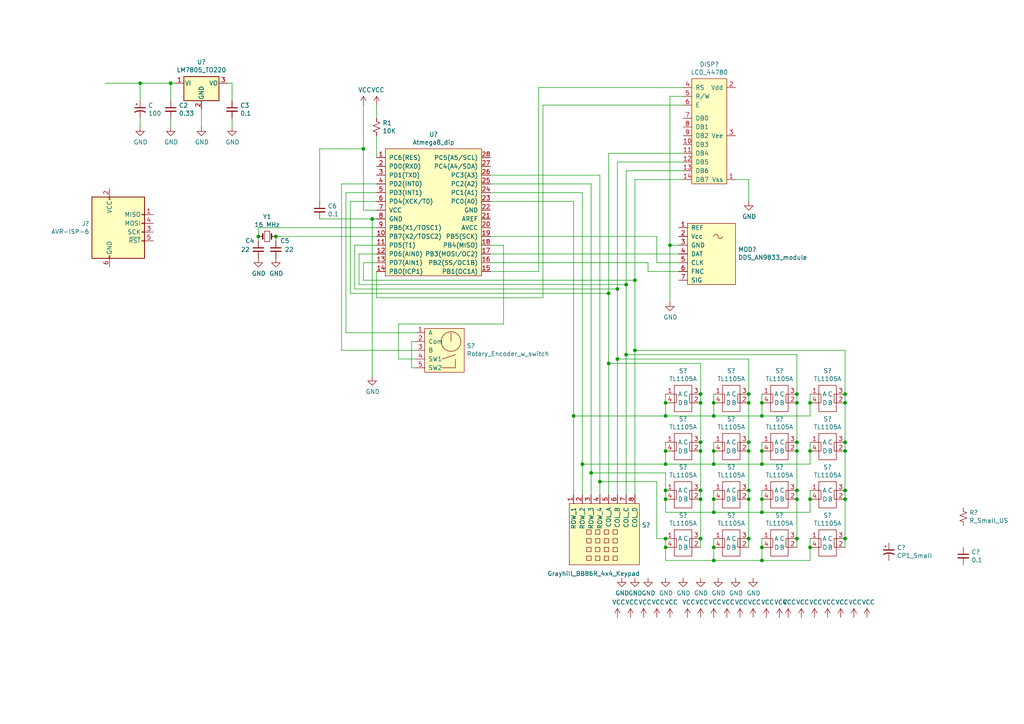
<source format=kicad_sch>
(kicad_sch (version 20211123) (generator eeschema)
  (paper "A4")
  (lib_symbols
    (symbol "BetterDisplayKeyboard-rescue:CP1_Small-Device" (pin_numbers hide) (pin_names (offset 0.254) hide)
      (property "Reference" "C" (at 0.254 1.778 0))
      (property "Value" "CP1_Small-Device" (at 0.254 -2.032 0))
      (symbol "CP1_Small-Device_0_1"
        (polyline (pts (xy -1.524 0.508) (xy 1.524 0.508)) (stroke (width 0.3048)))
        (polyline (pts (xy -1.27 1.524) (xy -0.762 1.524)))
        (polyline (pts (xy -1.016 1.27) (xy -1.016 1.778)))
        (arc (start 1.524 -0.762) (mid 0 -0.3734) (end -1.524 -0.762) (stroke (width 0.3048)))
      )
      (symbol "CP1_Small-Device_1_1"
        (pin passive line (at 0 2.54 270) (length 2.032) (name "~") (number "1"))
        (pin passive line (at 0 -2.54 90) (length 2.032) (name "~") (number "2"))
      )
    )
    (symbol "Connector:AVR-ISP-6" (pin_names (offset 1.016))
      (property "Reference" "J" (at -6.35 11.43 0))
      (property "Value" "AVR-ISP-6" (at 0 11.43 0))
      (symbol "AVR-ISP-6_0_1"
        (rectangle (start -2.667 -6.858) (end -2.413 -7.62))
        (rectangle (start -2.667 10.16) (end -2.413 9.398))
        (rectangle (start 7.62 -2.413) (end 6.858 -2.667))
        (rectangle (start 7.62 0.127) (end 6.858 -0.127))
        (rectangle (start 7.62 2.667) (end 6.858 2.413))
        (rectangle (start 7.62 5.207) (end 6.858 4.953))
        (rectangle (start 7.62 10.16) (end -7.62 -7.62) (stroke (width 0.254)) (fill (type background)))
      )
      (symbol "AVR-ISP-6_1_1"
        (pin passive line (at 10.16 5.08 180) (length 2.54) (name "MISO") (number "1"))
        (pin passive line (at -2.54 12.7 270) (length 2.54) (name "VCC") (number "2"))
        (pin passive line (at 10.16 0 180) (length 2.54) (name "SCK") (number "3"))
        (pin passive line (at 10.16 2.54 180) (length 2.54) (name "MOSI") (number "4"))
        (pin passive line (at 10.16 -2.54 180) (length 2.54) (name "~{RST}") (number "5"))
        (pin passive line (at -2.54 -10.16 90) (length 2.54) (name "GND") (number "6"))
      )
    )
    (symbol "Device:C_Small" (pin_numbers hide) (pin_names (offset 0.254) hide)
      (property "Reference" "C" (at 0.254 1.778 0))
      (property "Value" "C_Small" (at 0.254 -2.032 0))
      (symbol "C_Small_0_1"
        (polyline (pts (xy -1.524 -0.508) (xy 1.524 -0.508)) (stroke (width 0.3302)))
        (polyline (pts (xy -1.524 0.508) (xy 1.524 0.508)) (stroke (width 0.3048)))
      )
      (symbol "C_Small_1_1"
        (pin passive line (at 0 2.54 270) (length 2.032) (name "~") (number "1"))
        (pin passive line (at 0 -2.54 90) (length 2.032) (name "~") (number "2"))
      )
    )
    (symbol "Device:Crystal_Small" (pin_numbers hide) (pin_names (offset 1.016) hide)
      (property "Reference" "Y" (at 0 2.54 0))
      (property "Value" "Crystal_Small" (at 0 -2.54 0))
      (symbol "Crystal_Small_0_1"
        (rectangle (start -0.762 -1.524) (end 0.762 1.524))
        (polyline (pts (xy -1.27 -0.762) (xy -1.27 0.762)) (stroke (width 0.381)))
        (polyline (pts (xy 1.27 -0.762) (xy 1.27 0.762)) (stroke (width 0.381)))
      )
      (symbol "Crystal_Small_1_1"
        (pin passive line (at -2.54 0 0) (length 1.27) (name "1") (number "1"))
        (pin passive line (at 2.54 0 180) (length 1.27) (name "2") (number "2"))
      )
    )
    (symbol "Device:R_Small_US" (pin_numbers hide) (pin_names (offset 0.254) hide)
      (property "Reference" "R" (at 0.762 0.508 0))
      (property "Value" "R_Small_US" (at 0.762 -1.016 0))
      (symbol "R_Small_US_1_1"
        (polyline (pts (xy 0 0) (xy 1.016 -0.381) (xy 0 -0.762) (xy -1.016 -1.143) (xy 0 -1.524)))
        (polyline (pts (xy 0 1.524) (xy 1.016 1.143) (xy 0 0.762) (xy -1.016 0.381) (xy 0 0)))
        (pin passive line (at 0 2.54 270) (length 1.016) (name "~") (number "1"))
        (pin passive line (at 0 -2.54 90) (length 1.016) (name "~") (number "2"))
      )
    )
    (symbol "Regulator_Linear:LM7805_TO220" (pin_names (offset 0.254))
      (property "Reference" "U" (at -3.81 3.175 0))
      (property "Value" "LM7805_TO220" (at 0 3.175 0))
      (symbol "LM7805_TO220_0_1"
        (rectangle (start -5.08 1.905) (end 5.08 -5.08) (stroke (width 0.254)) (fill (type background)))
      )
      (symbol "LM7805_TO220_1_1"
        (pin power_in line (at -7.62 0 0) (length 2.54) (name "VI") (number "1"))
        (pin power_in line (at 0 -7.62 90) (length 2.54) (name "GND") (number "2"))
        (pin power_out line (at 7.62 0 180) (length 2.54) (name "VO") (number "3"))
      )
    )
    (symbol "bdk_ElectroMechanical_Library:Grayhill_BB86R_4x4_Keypad" (pin_names (offset 1.016))
      (property "Reference" "S" (at 3.81 2.54 0))
      (property "Value" "Grayhill_BB86R_4x4_Keypad" (at 13.97 1.27 0))
      (symbol "Grayhill_BB86R_4x4_Keypad_0_1"
        (rectangle (start 6.35 -11.43) (end 26.67 -29.21) (fill (type background)))
        (rectangle (start 12.7 -26.67) (end 11.43 -27.94))
        (rectangle (start 12.7 -24.13) (end 11.43 -25.4))
        (rectangle (start 12.7 -21.59) (end 11.43 -22.86))
        (rectangle (start 12.7 -19.05) (end 11.43 -20.32))
        (rectangle (start 15.24 -26.67) (end 13.97 -27.94))
        (rectangle (start 15.24 -24.13) (end 13.97 -25.4))
        (rectangle (start 15.24 -21.59) (end 13.97 -22.86))
        (rectangle (start 15.24 -19.05) (end 13.97 -20.32))
        (rectangle (start 16.51 -19.05) (end 17.78 -20.32))
        (rectangle (start 17.78 -26.67) (end 16.51 -27.94))
        (rectangle (start 17.78 -24.13) (end 16.51 -25.4))
        (rectangle (start 17.78 -21.59) (end 16.51 -22.86))
        (rectangle (start 19.05 -19.05) (end 20.32 -20.32))
        (rectangle (start 20.32 -26.67) (end 19.05 -27.94))
        (rectangle (start 20.32 -24.13) (end 19.05 -25.4))
        (rectangle (start 20.32 -21.59) (end 19.05 -22.86))
      )
      (symbol "Grayhill_BB86R_4x4_Keypad_1_1"
        (pin passive line (at 7.62 -8.89 270) (length 2.54) (name "ROW_1") (number "1"))
        (pin passive line (at 10.16 -8.89 270) (length 2.54) (name "ROW_2") (number "2"))
        (pin passive line (at 12.7 -8.89 270) (length 2.54) (name "ROW_3") (number "3"))
        (pin passive line (at 15.24 -8.89 270) (length 2.54) (name "ROW_4") (number "4"))
        (pin passive line (at 17.78 -8.89 270) (length 2.54) (name "COL_A") (number "5"))
        (pin passive line (at 20.32 -8.89 270) (length 2.54) (name "COL_B") (number "6"))
        (pin passive line (at 22.86 -8.89 270) (length 2.54) (name "COL_C") (number "7"))
        (pin passive line (at 25.4 -8.89 270) (length 2.54) (name "COL_D") (number "8"))
      )
    )
    (symbol "bdk_ElectroMechanical_Library:Rotary_Encoder_w_switch" (pin_names (offset 1.016))
      (property "Reference" "S" (at 0 0 0))
      (property "Value" "Rotary_Encoder_w_switch" (at 0 0 0))
      (symbol "Rotary_Encoder_w_switch_0_1"
        (rectangle (start -1.27 -1.27) (end 10.16 -13.97) (fill (type background)))
        (polyline (pts (xy 3.81 -10.16) (xy 7.62 -8.89)))
        (polyline (pts (xy 6.35 -5.08) (xy 6.35 -2.54)))
        (polyline (pts (xy 3.81 -12.7) (xy 7.62 -12.7) (xy 7.62 -10.16)))
        (circle (center 6.35 -5.08) (radius 2.8448))
      )
      (symbol "Rotary_Encoder_w_switch_1_1"
        (pin passive line (at -3.81 -2.54 0) (length 2.54) (name "A") (number "1"))
        (pin passive line (at -3.81 -5.08 0) (length 2.54) (name "Com") (number "2"))
        (pin passive line (at -3.81 -7.62 0) (length 2.54) (name "B") (number "3"))
        (pin passive line (at -3.81 -10.16 0) (length 2.54) (name "SW1") (number "4"))
        (pin passive line (at -3.81 -12.7 0) (length 2.54) (name "SW2") (number "5"))
      )
    )
    (symbol "bdk_ElectroMechanical_Library:TL1105A" (pin_names (offset 1.016))
      (property "Reference" "S" (at 4.445 3.175 0))
      (property "Value" "TL1105A" (at 5.08 1.27 0))
      (symbol "TL1105A_0_1"
        (polyline (pts (xy 7.62 -2.54) (xy 7.62 -5.08)))
        (polyline (pts (xy 2.54 -2.54) (xy 3.175 -2.54) (xy 3.175 -5.08) (xy 2.54 -5.08)))
        (polyline (pts (xy 7.62 -2.54) (xy 6.985 -2.54) (xy 6.985 -5.08) (xy 7.62 -5.08)))
        (rectangle (start 2.54 0) (end 7.62 -7.62))
      )
      (symbol "TL1105A_1_1"
        (pin passive line (at 0 -2.54 0) (length 2.54) (name "A") (number "1"))
        (pin passive line (at 10.16 -5.08 180) (length 2.54) (name "B") (number "2"))
        (pin passive line (at 10.16 -2.54 180) (length 2.54) (name "C") (number "3"))
        (pin passive line (at 0 -5.08 0) (length 2.54) (name "D") (number "4"))
      )
    )
    (symbol "bdk_Micro:Atmega8_dip" (pin_names (offset 1.016))
      (property "Reference" "U" (at -2.54 3.81 0))
      (property "Value" "Atmega8_dip" (at 0 1.27 0))
      (symbol "Atmega8_dip_0_1"
        (rectangle (start -13.97 0) (end 13.97 -36.83) (fill (type background)))
      )
      (symbol "Atmega8_dip_1_1"
        (pin bidirectional line (at -16.51 -2.54 0) (length 2.54) (name "PC6(RES)") (number "1"))
        (pin bidirectional line (at -16.51 -25.4 0) (length 2.54) (name "PB7(X2/TOSC2)") (number "10"))
        (pin bidirectional line (at -16.51 -27.94 0) (length 2.54) (name "PD5(T1)") (number "11"))
        (pin bidirectional line (at -16.51 -30.48 0) (length 2.54) (name "PD6(AIN0)") (number "12"))
        (pin bidirectional line (at -16.51 -33.02 0) (length 2.54) (name "PD7(AIN1)") (number "13"))
        (pin bidirectional line (at -16.51 -35.56 0) (length 2.54) (name "PB0(ICP1)") (number "14"))
        (pin bidirectional line (at 16.51 -35.56 180) (length 2.54) (name "PB1(OC1A)") (number "15"))
        (pin bidirectional line (at 16.51 -33.02 180) (length 2.54) (name "PB2(SS/OC1B)") (number "16"))
        (pin bidirectional line (at 16.51 -30.48 180) (length 2.54) (name "PB3(MOSI/OC2)") (number "17"))
        (pin bidirectional line (at 16.51 -27.94 180) (length 2.54) (name "PB4(MISO)") (number "18"))
        (pin bidirectional line (at 16.51 -25.4 180) (length 2.54) (name "PB5(SCK)") (number "19"))
        (pin bidirectional line (at -16.51 -5.08 0) (length 2.54) (name "PD0(RXD)") (number "2"))
        (pin power_in line (at 16.51 -22.86 180) (length 2.54) (name "AVCC") (number "20"))
        (pin power_in line (at 16.51 -20.32 180) (length 2.54) (name "AREF") (number "21"))
        (pin power_in line (at 16.51 -17.78 180) (length 2.54) (name "GND") (number "22"))
        (pin bidirectional line (at 16.51 -15.24 180) (length 2.54) (name "PC0(A0)") (number "23"))
        (pin bidirectional line (at 16.51 -12.7 180) (length 2.54) (name "PC1(A1)") (number "24"))
        (pin bidirectional line (at 16.51 -10.16 180) (length 2.54) (name "PC2(A2)") (number "25"))
        (pin bidirectional line (at 16.51 -7.62 180) (length 2.54) (name "PC3(A3)") (number "26"))
        (pin bidirectional line (at 16.51 -5.08 180) (length 2.54) (name "PC4(A4/SDA)") (number "27"))
        (pin bidirectional line (at 16.51 -2.54 180) (length 2.54) (name "PC5(A5/SCL)") (number "28"))
        (pin bidirectional line (at -16.51 -7.62 0) (length 2.54) (name "PD1(TXD)") (number "3"))
        (pin bidirectional line (at -16.51 -10.16 0) (length 2.54) (name "PD2(INT0)") (number "4"))
        (pin bidirectional line (at -16.51 -12.7 0) (length 2.54) (name "PD3(INT1)") (number "5"))
        (pin bidirectional line (at -16.51 -15.24 0) (length 2.54) (name "PD4(XCK/T0)") (number "6"))
        (pin power_in line (at -16.51 -17.78 0) (length 2.54) (name "VCC") (number "7"))
        (pin power_in line (at -16.51 -20.32 0) (length 2.54) (name "GND") (number "8"))
        (pin bidirectional line (at -16.51 -22.86 0) (length 2.54) (name "PB6(X1/TOSC1)") (number "9"))
      )
    )
    (symbol "bdk_display:LCD_44780" (pin_names (offset 1.016))
      (property "Reference" "DISP" (at -2.54 5.08 0))
      (property "Value" "LCD_44780" (at -2.54 2.54 0))
      (symbol "LCD_44780_0_1"
        (rectangle (start -7.62 0) (end 2.54 -30.48) (fill (type background)))
      )
      (symbol "LCD_44780_1_1"
        (pin power_in line (at 5.08 -29.21 180) (length 2.54) (name "Vss") (number "1"))
        (pin bidirectional line (at -10.16 -19.05 0) (length 2.54) (name "DB3") (number "10"))
        (pin bidirectional line (at -10.16 -21.59 0) (length 2.54) (name "DB4") (number "11"))
        (pin bidirectional line (at -10.16 -24.13 0) (length 2.54) (name "DB5") (number "12"))
        (pin bidirectional line (at -10.16 -26.67 0) (length 2.54) (name "DB6") (number "13"))
        (pin bidirectional line (at -10.16 -29.21 0) (length 2.54) (name "DB7") (number "14"))
        (pin power_in line (at 5.08 -2.54 180) (length 2.54) (name "Vdd") (number "2"))
        (pin power_in line (at 5.08 -16.51 180) (length 2.54) (name "Vee") (number "3"))
        (pin input line (at -10.16 -2.54 0) (length 2.54) (name "RS") (number "4"))
        (pin input line (at -10.16 -5.08 0) (length 2.54) (name "R/W") (number "5"))
        (pin input line (at -10.16 -7.62 0) (length 2.54) (name "E") (number "6"))
        (pin bidirectional line (at -10.16 -11.43 0) (length 2.54) (name "DB0") (number "7"))
        (pin bidirectional line (at -10.16 -13.97 0) (length 2.54) (name "DB1") (number "8"))
        (pin bidirectional line (at -10.16 -16.51 0) (length 2.54) (name "DB2") (number "9"))
      )
    )
    (symbol "bdk_sensors:DDS_AN9833_module" (pin_names (offset 1.016))
      (property "Reference" "MOD" (at 0 0 0))
      (property "Value" "DDS_AN9833_module" (at 0 -2.54 0))
      (symbol "DDS_AN9833_module_0_1"
        (rectangle (start -5.08 -3.81) (end 8.89 -21.59) (fill (type background)))
        (arc (start 3.81 -7.62) (mid 3.175 -6.985) (end 2.54 -7.62))
        (arc (start 3.81 -7.62) (mid 4.445 -8.255) (end 5.08 -7.62))
      )
      (symbol "DDS_AN9833_module_1_1"
        (pin output line (at -7.62 -5.08 0) (length 2.54) (name "REF") (number "1"))
        (pin power_in line (at -7.62 -7.62 0) (length 2.54) (name "Vcc") (number "2"))
        (pin power_in line (at -7.62 -10.16 0) (length 2.54) (name "GND") (number "3"))
        (pin input line (at -7.62 -12.7 0) (length 2.54) (name "DAT") (number "4"))
        (pin input line (at -7.62 -15.24 0) (length 2.54) (name "CLK") (number "5"))
        (pin input line (at -7.62 -17.78 0) (length 2.54) (name "FNC") (number "6"))
        (pin output line (at -7.62 -20.32 0) (length 2.54) (name "SIG") (number "7"))
      )
    )
    (symbol "power:GND" (power) (pin_names (offset 0))
      (property "Value" "GND" (at 0 -3.81 0))
      (symbol "GND_0_1"
        (polyline (pts (xy 0 0) (xy 0 -1.27) (xy 1.27 -1.27) (xy 0 -2.54) (xy -1.27 -1.27) (xy 0 -1.27)))
      )
      (symbol "GND_1_1"
        (pin power_in line (at 0 0 270) (length 0) hide (name "GND") (number "1"))
      )
    )
    (symbol "power:VCC" (power) (pin_names (offset 0))
      (property "Value" "VCC" (at 0 3.81 0))
      (symbol "VCC_0_1"
        (polyline (pts (xy -0.762 1.27) (xy 0 2.54)))
        (polyline (pts (xy 0 0) (xy 0 2.54)))
        (polyline (pts (xy 0 2.54) (xy 0.762 1.27)))
      )
      (symbol "VCC_1_1"
        (pin power_in line (at 0 0 90) (length 0) hide (name "VCC") (number "1"))
      )
    )
  )
  (junction (at 220.98 162.56))
  (junction (at 193.04 130.81))
  (junction (at 184.15 81.28))
  (junction (at 181.61 102.87))
  (junction (at 203.2 128.27))
  (junction (at 184.15 101.6))
  (junction (at 203.2 156.21))
  (junction (at 74.93 68.58))
  (junction (at 217.17 142.24))
  (junction (at 220.98 130.81))
  (junction (at 168.91 134.62))
  (junction (at 245.11 128.27))
  (junction (at 207.01 144.78))
  (junction (at 193.04 142.24))
  (junction (at 245.11 114.3))
  (junction (at 231.14 144.78))
  (junction (at 203.2 116.84))
  (junction (at 217.17 144.78))
  (junction (at 173.99 139.7))
  (junction (at 203.2 142.24))
  (junction (at 193.04 120.65))
  (junction (at 193.04 158.75))
  (junction (at 105.41 43.18))
  (junction (at 179.07 104.14))
  (junction (at 220.98 148.59))
  (junction (at 203.2 114.3))
  (junction (at 203.2 144.78))
  (junction (at 234.95 158.75))
  (junction (at 107.95 63.5))
  (junction (at 231.14 116.84))
  (junction (at 207.01 134.62))
  (junction (at 193.04 116.84))
  (junction (at 217.17 130.81))
  (junction (at 171.45 137.16))
  (junction (at 203.2 130.81))
  (junction (at 231.14 130.81))
  (junction (at 207.01 148.59))
  (junction (at 231.14 156.21))
  (junction (at 220.98 158.75))
  (junction (at 217.17 116.84))
  (junction (at 234.95 144.78))
  (junction (at 220.98 116.84))
  (junction (at 245.11 156.21))
  (junction (at 220.98 120.65))
  (junction (at 179.07 83.82))
  (junction (at 193.04 144.78))
  (junction (at 49.53 24.13))
  (junction (at 217.17 128.27))
  (junction (at 231.14 142.24))
  (junction (at 194.31 71.12))
  (junction (at 207.01 130.81))
  (junction (at 220.98 134.62))
  (junction (at 166.37 120.65))
  (junction (at 207.01 120.65))
  (junction (at 207.01 158.75))
  (junction (at 220.98 144.78))
  (junction (at 80.01 68.58))
  (junction (at 245.11 116.84))
  (junction (at 217.17 114.3))
  (junction (at 245.11 144.78))
  (junction (at 245.11 142.24))
  (junction (at 193.04 156.21))
  (junction (at 207.01 162.56))
  (junction (at 40.64 24.13))
  (junction (at 193.04 134.62))
  (junction (at 231.14 128.27))
  (junction (at 245.11 130.81))
  (junction (at 176.53 105.41))
  (junction (at 207.01 116.84))
  (junction (at 176.53 85.09))
  (junction (at 181.61 82.55))
  (junction (at 231.14 114.3))
  (junction (at 217.17 156.21))
  (junction (at 234.95 130.81))
  (junction (at 234.95 116.84))
  (wire (pts (xy 220.98 156.21) (xy 220.98 158.75)))
  (wire (pts (xy 49.53 29.21) (xy 49.53 24.13)))
  (wire (pts (xy 231.14 142.24) (xy 231.14 144.78)))
  (wire (pts (xy 203.2 130.81) (xy 203.2 142.24)))
  (wire (pts (xy 203.2 144.78) (xy 203.2 156.21)))
  (wire (pts (xy 40.64 29.21) (xy 40.64 24.13)))
  (wire (pts (xy 171.45 53.34) (xy 171.45 137.16)))
  (wire (pts (xy 80.01 68.58) (xy 80.01 69.85)))
  (wire (pts (xy 193.04 148.59) (xy 207.01 148.59)))
  (wire (pts (xy 166.37 120.65) (xy 166.37 143.51)))
  (wire (pts (xy 109.22 73.66) (xy 104.14 73.66)))
  (wire (pts (xy 109.22 34.29) (xy 109.22 30.48)))
  (wire (pts (xy 203.2 114.3) (xy 203.2 105.41)))
  (wire (pts (xy 142.24 76.2) (xy 187.96 76.2)))
  (wire (pts (xy 179.07 83.82) (xy 179.07 104.14)))
  (wire (pts (xy 109.22 45.72) (xy 109.22 39.37)))
  (wire (pts (xy 166.37 58.42) (xy 166.37 120.65)))
  (wire (pts (xy 245.11 144.78) (xy 245.11 156.21)))
  (wire (pts (xy 74.93 69.85) (xy 74.93 68.58)))
  (wire (pts (xy 157.48 30.48) (xy 198.12 30.48)))
  (wire (pts (xy 234.95 158.75) (xy 234.95 156.21)))
  (wire (pts (xy 168.91 134.62) (xy 168.91 143.51)))
  (wire (pts (xy 190.5 76.2) (xy 196.85 76.2)))
  (wire (pts (xy 245.11 114.3) (xy 245.11 101.6)))
  (wire (pts (xy 176.53 85.09) (xy 176.53 105.41)))
  (wire (pts (xy 100.33 96.52) (xy 100.33 55.88)))
  (wire (pts (xy 220.98 162.56) (xy 234.95 162.56)))
  (wire (pts (xy 190.5 68.58) (xy 190.5 76.2)))
  (wire (pts (xy 220.98 158.75) (xy 220.98 162.56)))
  (wire (pts (xy 194.31 71.12) (xy 194.31 87.63)))
  (wire (pts (xy 107.95 63.5) (xy 92.71 63.5)))
  (wire (pts (xy 220.98 120.65) (xy 234.95 120.65)))
  (wire (pts (xy 74.93 66.04) (xy 74.93 68.58)))
  (wire (pts (xy 187.96 78.74) (xy 196.85 78.74)))
  (wire (pts (xy 104.14 73.66) (xy 104.14 82.55)))
  (wire (pts (xy 193.04 114.3) (xy 193.04 116.84)))
  (wire (pts (xy 179.07 46.99) (xy 179.07 83.82)))
  (wire (pts (xy 107.95 63.5) (xy 107.95 109.22)))
  (wire (pts (xy 40.64 36.83) (xy 40.64 34.29)))
  (wire (pts (xy 217.17 116.84) (xy 217.17 128.27)))
  (wire (pts (xy 120.65 99.06) (xy 119.38 99.06)))
  (wire (pts (xy 142.24 78.74) (xy 156.21 78.74)))
  (wire (pts (xy 231.14 128.27) (xy 231.14 130.81)))
  (wire (pts (xy 203.2 114.3) (xy 203.2 116.84)))
  (wire (pts (xy 207.01 144.78) (xy 207.01 148.59)))
  (wire (pts (xy 104.14 82.55) (xy 181.61 82.55)))
  (wire (pts (xy 245.11 116.84) (xy 245.11 128.27)))
  (wire (pts (xy 190.5 139.7) (xy 173.99 139.7)))
  (wire (pts (xy 109.22 58.42) (xy 101.6 58.42)))
  (wire (pts (xy 115.57 93.98) (xy 115.57 104.14)))
  (wire (pts (xy 184.15 52.07) (xy 184.15 81.28)))
  (wire (pts (xy 67.31 24.13) (xy 66.04 24.13)))
  (wire (pts (xy 203.2 142.24) (xy 203.2 144.78)))
  (wire (pts (xy 120.65 101.6) (xy 99.06 101.6)))
  (wire (pts (xy 105.41 76.2) (xy 105.41 81.28)))
  (wire (pts (xy 217.17 52.07) (xy 217.17 58.42)))
  (wire (pts (xy 231.14 114.3) (xy 231.14 102.87)))
  (wire (pts (xy 100.33 55.88) (xy 109.22 55.88)))
  (wire (pts (xy 196.85 71.12) (xy 194.31 71.12)))
  (wire (pts (xy 207.01 134.62) (xy 220.98 134.62)))
  (wire (pts (xy 198.12 46.99) (xy 179.07 46.99)))
  (wire (pts (xy 119.38 99.06) (xy 119.38 106.68)))
  (wire (pts (xy 181.61 102.87) (xy 181.61 143.51)))
  (wire (pts (xy 231.14 116.84) (xy 231.14 128.27)))
  (wire (pts (xy 102.87 83.82) (xy 179.07 83.82)))
  (wire (pts (xy 40.64 24.13) (xy 49.53 24.13)))
  (wire (pts (xy 234.95 148.59) (xy 234.95 144.78)))
  (wire (pts (xy 231.14 102.87) (xy 181.61 102.87)))
  (wire (pts (xy 193.04 128.27) (xy 193.04 130.81)))
  (wire (pts (xy 245.11 130.81) (xy 245.11 142.24)))
  (wire (pts (xy 193.04 156.21) (xy 190.5 156.21)))
  (wire (pts (xy 49.53 36.83) (xy 49.53 34.29)))
  (wire (pts (xy 234.95 130.81) (xy 234.95 128.27)))
  (wire (pts (xy 220.98 128.27) (xy 220.98 130.81)))
  (wire (pts (xy 142.24 50.8) (xy 173.99 50.8)))
  (wire (pts (xy 193.04 134.62) (xy 207.01 134.62)))
  (wire (pts (xy 157.48 86.36) (xy 157.48 30.48)))
  (wire (pts (xy 245.11 114.3) (xy 245.11 116.84)))
  (wire (pts (xy 120.65 96.52) (xy 100.33 96.52)))
  (wire (pts (xy 142.24 55.88) (xy 168.91 55.88)))
  (wire (pts (xy 245.11 142.24) (xy 245.11 144.78)))
  (wire (pts (xy 234.95 116.84) (xy 234.95 114.3)))
  (wire (pts (xy 99.06 53.34) (xy 109.22 53.34)))
  (wire (pts (xy 193.04 142.24) (xy 193.04 137.16)))
  (wire (pts (xy 156.21 25.4) (xy 156.21 78.74)))
  (wire (pts (xy 234.95 144.78) (xy 234.95 142.24)))
  (wire (pts (xy 231.14 156.21) (xy 231.14 158.75)))
  (wire (pts (xy 220.98 114.3) (xy 220.98 116.84)))
  (wire (pts (xy 109.22 66.04) (xy 74.93 66.04)))
  (wire (pts (xy 119.38 106.68) (xy 120.65 106.68)))
  (wire (pts (xy 207.01 116.84) (xy 207.01 120.65)))
  (wire (pts (xy 198.12 27.94) (xy 194.31 27.94)))
  (wire (pts (xy 92.71 58.42) (xy 92.71 43.18)))
  (wire (pts (xy 142.24 71.12) (xy 146.05 71.12)))
  (wire (pts (xy 115.57 104.14) (xy 120.65 104.14)))
  (wire (pts (xy 245.11 128.27) (xy 245.11 130.81)))
  (wire (pts (xy 198.12 52.07) (xy 184.15 52.07)))
  (wire (pts (xy 217.17 142.24) (xy 217.17 144.78)))
  (wire (pts (xy 173.99 50.8) (xy 173.99 139.7)))
  (wire (pts (xy 146.05 71.12) (xy 146.05 93.98)))
  (wire (pts (xy 217.17 144.78) (xy 217.17 156.21)))
  (wire (pts (xy 231.14 114.3) (xy 231.14 116.84)))
  (wire (pts (xy 101.6 58.42) (xy 101.6 85.09)))
  (wire (pts (xy 234.95 134.62) (xy 234.95 130.81)))
  (wire (pts (xy 207.01 162.56) (xy 220.98 162.56)))
  (wire (pts (xy 146.05 93.98) (xy 115.57 93.98)))
  (wire (pts (xy 220.98 142.24) (xy 220.98 144.78)))
  (wire (pts (xy 198.12 49.53) (xy 181.61 49.53)))
  (wire (pts (xy 142.24 68.58) (xy 190.5 68.58)))
  (wire (pts (xy 207.01 142.24) (xy 207.01 144.78)))
  (wire (pts (xy 193.04 137.16) (xy 171.45 137.16)))
  (wire (pts (xy 207.01 158.75) (xy 207.01 162.56)))
  (wire (pts (xy 142.24 73.66) (xy 196.85 73.66)))
  (wire (pts (xy 193.04 120.65) (xy 207.01 120.65)))
  (wire (pts (xy 220.98 134.62) (xy 234.95 134.62)))
  (wire (pts (xy 142.24 58.42) (xy 166.37 58.42)))
  (wire (pts (xy 105.41 30.48) (xy 105.41 43.18)))
  (wire (pts (xy 109.22 76.2) (xy 105.41 76.2)))
  (wire (pts (xy 207.01 114.3) (xy 207.01 116.84)))
  (wire (pts (xy 207.01 128.27) (xy 207.01 130.81)))
  (wire (pts (xy 109.22 86.36) (xy 157.48 86.36)))
  (wire (pts (xy 181.61 49.53) (xy 181.61 82.55)))
  (wire (pts (xy 217.17 104.14) (xy 179.07 104.14)))
  (wire (pts (xy 231.14 144.78) (xy 231.14 156.21)))
  (wire (pts (xy 234.95 162.56) (xy 234.95 158.75)))
  (wire (pts (xy 193.04 162.56) (xy 207.01 162.56)))
  (wire (pts (xy 198.12 44.45) (xy 176.53 44.45)))
  (wire (pts (xy 203.2 116.84) (xy 203.2 128.27)))
  (wire (pts (xy 109.22 71.12) (xy 102.87 71.12)))
  (wire (pts (xy 193.04 120.65) (xy 166.37 120.65)))
  (wire (pts (xy 109.22 78.74) (xy 109.22 86.36)))
  (wire (pts (xy 193.04 156.21) (xy 193.04 158.75)))
  (wire (pts (xy 217.17 128.27) (xy 217.17 130.81)))
  (wire (pts (xy 217.17 114.3) (xy 217.17 116.84)))
  (wire (pts (xy 220.98 116.84) (xy 220.98 120.65)))
  (wire (pts (xy 92.71 43.18) (xy 105.41 43.18)))
  (wire (pts (xy 179.07 104.14) (xy 179.07 143.51)))
  (wire (pts (xy 193.04 134.62) (xy 168.91 134.62)))
  (wire (pts (xy 176.53 44.45) (xy 176.53 85.09)))
  (wire (pts (xy 109.22 63.5) (xy 107.95 63.5)))
  (wire (pts (xy 171.45 137.16) (xy 171.45 143.51)))
  (wire (pts (xy 102.87 71.12) (xy 102.87 83.82)))
  (wire (pts (xy 67.31 36.83) (xy 67.31 34.29)))
  (wire (pts (xy 184.15 81.28) (xy 184.15 101.6)))
  (wire (pts (xy 30.48 24.13) (xy 40.64 24.13)))
  (wire (pts (xy 105.41 60.96) (xy 109.22 60.96)))
  (wire (pts (xy 220.98 144.78) (xy 220.98 148.59)))
  (wire (pts (xy 217.17 114.3) (xy 217.17 104.14)))
  (wire (pts (xy 194.31 27.94) (xy 194.31 71.12)))
  (wire (pts (xy 49.53 24.13) (xy 50.8 24.13)))
  (wire (pts (xy 109.22 68.58) (xy 80.01 68.58)))
  (wire (pts (xy 203.2 105.41) (xy 176.53 105.41)))
  (wire (pts (xy 142.24 53.34) (xy 171.45 53.34)))
  (wire (pts (xy 58.42 36.83) (xy 58.42 31.75)))
  (wire (pts (xy 220.98 130.81) (xy 220.98 134.62)))
  (wire (pts (xy 220.98 148.59) (xy 234.95 148.59)))
  (wire (pts (xy 181.61 82.55) (xy 181.61 102.87)))
  (wire (pts (xy 168.91 55.88) (xy 168.91 134.62)))
  (wire (pts (xy 207.01 156.21) (xy 207.01 158.75)))
  (wire (pts (xy 217.17 156.21) (xy 217.17 158.75)))
  (wire (pts (xy 67.31 29.21) (xy 67.31 24.13)))
  (wire (pts (xy 203.2 156.21) (xy 203.2 158.75)))
  (wire (pts (xy 217.17 130.81) (xy 217.17 142.24)))
  (wire (pts (xy 193.04 116.84) (xy 193.04 120.65)))
  (wire (pts (xy 245.11 101.6) (xy 184.15 101.6)))
  (wire (pts (xy 193.04 158.75) (xy 193.04 162.56)))
  (wire (pts (xy 99.06 101.6) (xy 99.06 53.34)))
  (wire (pts (xy 203.2 128.27) (xy 203.2 130.81)))
  (wire (pts (xy 193.04 130.81) (xy 193.04 134.62)))
  (wire (pts (xy 207.01 120.65) (xy 220.98 120.65)))
  (wire (pts (xy 105.41 81.28) (xy 184.15 81.28)))
  (wire (pts (xy 207.01 148.59) (xy 220.98 148.59)))
  (wire (pts (xy 231.14 130.81) (xy 231.14 142.24)))
  (wire (pts (xy 173.99 139.7) (xy 173.99 143.51)))
  (wire (pts (xy 245.11 156.21) (xy 245.11 158.75)))
  (wire (pts (xy 101.6 85.09) (xy 176.53 85.09)))
  (wire (pts (xy 184.15 101.6) (xy 184.15 143.51)))
  (wire (pts (xy 234.95 120.65) (xy 234.95 116.84)))
  (wire (pts (xy 207.01 130.81) (xy 207.01 134.62)))
  (wire (pts (xy 193.04 142.24) (xy 193.04 144.78)))
  (wire (pts (xy 193.04 144.78) (xy 193.04 148.59)))
  (wire (pts (xy 176.53 105.41) (xy 176.53 143.51)))
  (wire (pts (xy 190.5 156.21) (xy 190.5 139.7)))
  (wire (pts (xy 105.41 43.18) (xy 105.41 60.96)))
  (wire (pts (xy 198.12 25.4) (xy 156.21 25.4)))
  (wire (pts (xy 213.36 52.07) (xy 217.17 52.07)))
  (wire (pts (xy 187.96 76.2) (xy 187.96 78.74)))
  (symbol (lib_id "bdk_Micro:Atmega8_dip") (at 125.73 43.18 0) (unit 1)
    (property "Reference" "U?" (at 125.73 38.989 0))
    (property "Value" "Atmega8_dip" (at 125.73 41.3004 0))
    (property "Footprint" "Package_DIP:DIP-28_W7.62mm_Socket_LongPads" (effects hide))
  )
  (symbol (lib_id "bdk_display:LCD_44780") (at 208.28 22.86 0) (unit 1)
    (property "Reference" "DISP?" (at 205.74 18.669 0))
    (property "Value" "LCD_44780" (at 205.74 20.9804 0))
  )
  (symbol (lib_id "bdk_sensors:DDS_AN9833_module") (at 204.47 60.96 0) (unit 1)
    (property "Reference" "MOD?" (at 214.0712 72.3646 0) (effects (justify left)))
    (property "Value" "DDS_AN9833_module" (at 214.0712 74.676 0) (effects (justify left)))
  )
  (symbol (lib_id "bdk_ElectroMechanical_Library:Grayhill_BB86R_4x4_Keypad") (at 158.75 134.62 0) (unit 1)
    (property "Reference" "S?" (at 186.1312 152.2984 0) (effects (justify left)))
    (property "Value" "Grayhill_BB86R_4x4_Keypad" (at 158.75 166.37 0) (effects (justify left)))
  )
  (symbol (lib_id "bdk_ElectroMechanical_Library:Rotary_Encoder_w_switch") (at 124.46 93.98 0) (unit 1)
    (property "Reference" "S?" (at 135.3312 100.3046 0) (effects (justify left)))
    (property "Value" "Rotary_Encoder_w_switch" (at 135.3312 102.616 0) (effects (justify left)))
  )
  (symbol (lib_id "Device:Crystal_Small") (at 77.47 68.58 0) (unit 1)
    (property "Reference" "Y1" (at 77.47 62.865 0))
    (property "Value" "16 MHz" (at 77.47 65.1764 0))
    (property "Footprint" "Crystal:Crystal_HC49-U_Vertical" (effects hide))
  )
  (symbol (lib_id "power:GND") (at 180.34 167.64 0) (unit 1)
    (property "Reference" "#PWR?" (effects hide))
    (property "Value" "GND" (at 180.467 172.0342 0))
  )
  (symbol (lib_id "power:GND") (at 184.15 167.64 0) (unit 1)
    (property "Reference" "#PWR?" (effects hide))
    (property "Value" "GND" (at 184.277 172.0342 0))
  )
  (symbol (lib_id "power:GND") (at 187.96 167.64 0) (unit 1)
    (property "Reference" "#PWR?" (effects hide))
    (property "Value" "GND" (at 188.087 172.0342 0))
  )
  (symbol (lib_id "power:GND") (at 193.04 167.64 0) (unit 1)
    (property "Reference" "#PWR?" (effects hide))
    (property "Value" "GND" (at 193.167 172.0342 0))
  )
  (symbol (lib_id "power:GND") (at 198.12 167.64 0) (unit 1)
    (property "Reference" "#PWR?" (effects hide))
    (property "Value" "GND" (at 198.247 172.0342 0))
  )
  (symbol (lib_id "power:GND") (at 203.2 167.64 0) (unit 1)
    (property "Reference" "#PWR?" (effects hide))
    (property "Value" "GND" (at 203.327 172.0342 0))
  )
  (symbol (lib_id "power:GND") (at 208.28 167.64 0) (unit 1)
    (property "Reference" "#PWR?" (effects hide))
    (property "Value" "GND" (at 208.407 172.0342 0))
  )
  (symbol (lib_id "power:GND") (at 213.36 167.64 0) (unit 1)
    (property "Reference" "#PWR?" (effects hide))
    (property "Value" "GND" (at 213.487 172.0342 0))
  )
  (symbol (lib_id "power:GND") (at 218.44 167.64 0) (unit 1)
    (property "Reference" "#PWR?" (effects hide))
    (property "Value" "GND" (at 218.567 172.0342 0))
  )
  (symbol (lib_id "power:GND") (at 58.42 36.83 0) (unit 1)
    (property "Reference" "#PWR?" (effects hide))
    (property "Value" "GND" (at 58.547 41.2242 0))
  )
  (symbol (lib_id "power:GND") (at 40.64 36.83 0) (unit 1)
    (property "Reference" "#PWR?" (effects hide))
    (property "Value" "GND" (at 40.767 41.2242 0))
  )
  (symbol (lib_id "power:GND") (at 49.53 36.83 0) (unit 1)
    (property "Reference" "#PWR?" (effects hide))
    (property "Value" "GND" (at 49.657 41.2242 0))
  )
  (symbol (lib_id "power:GND") (at 67.31 36.83 0) (unit 1)
    (property "Reference" "#PWR?" (effects hide))
    (property "Value" "GND" (at 67.437 41.2242 0))
  )
  (symbol (lib_id "power:GND") (at 74.93 74.93 0) (unit 1)
    (property "Reference" "#PWR?" (effects hide))
    (property "Value" "GND" (at 75.057 79.3242 0))
  )
  (symbol (lib_id "power:GND") (at 80.01 74.93 0) (unit 1)
    (property "Reference" "#PWR?" (effects hide))
    (property "Value" "GND" (at 80.137 79.3242 0))
  )
  (symbol (lib_id "power:GND") (at 194.31 87.63 0) (unit 1)
    (property "Reference" "#PWR?" (effects hide))
    (property "Value" "GND" (at 194.437 92.0242 0))
  )
  (symbol (lib_id "power:GND") (at 217.17 58.42 0) (unit 1)
    (property "Reference" "#PWR?" (effects hide))
    (property "Value" "GND" (at 217.297 62.8142 0))
  )
  (symbol (lib_id "power:VCC") (at 179.07 179.07 0) (unit 1)
    (property "Reference" "#PWR?" (effects hide))
    (property "Value" "VCC" (at 179.451 174.6758 0))
  )
  (symbol (lib_id "power:VCC") (at 182.88 179.07 0) (unit 1)
    (property "Reference" "#PWR?" (effects hide))
    (property "Value" "VCC" (at 183.261 174.6758 0))
  )
  (symbol (lib_id "power:VCC") (at 186.69 179.07 0) (unit 1)
    (property "Reference" "#PWR?" (effects hide))
    (property "Value" "VCC" (at 187.071 174.6758 0))
  )
  (symbol (lib_id "power:VCC") (at 190.5 179.07 0) (unit 1)
    (property "Reference" "#PWR?" (effects hide))
    (property "Value" "VCC" (at 190.881 174.6758 0))
  )
  (symbol (lib_id "power:VCC") (at 194.31 179.07 0) (unit 1)
    (property "Reference" "#PWR?" (effects hide))
    (property "Value" "VCC" (at 194.691 174.6758 0))
  )
  (symbol (lib_id "power:VCC") (at 199.39 179.07 0) (unit 1)
    (property "Reference" "#PWR?" (effects hide))
    (property "Value" "VCC" (at 199.771 174.6758 0))
  )
  (symbol (lib_id "power:VCC") (at 203.2 179.07 0) (unit 1)
    (property "Reference" "#PWR?" (effects hide))
    (property "Value" "VCC" (at 203.581 174.6758 0))
  )
  (symbol (lib_id "power:VCC") (at 207.01 179.07 0) (unit 1)
    (property "Reference" "#PWR?" (effects hide))
    (property "Value" "VCC" (at 207.391 174.6758 0))
  )
  (symbol (lib_id "power:VCC") (at 210.82 179.07 0) (unit 1)
    (property "Reference" "#PWR?" (effects hide))
    (property "Value" "VCC" (at 211.201 174.6758 0))
  )
  (symbol (lib_id "power:VCC") (at 214.63 179.07 0) (unit 1)
    (property "Reference" "#PWR?" (effects hide))
    (property "Value" "VCC" (at 215.011 174.6758 0))
  )
  (symbol (lib_id "power:VCC") (at 218.44 179.07 0) (unit 1)
    (property "Reference" "#PWR?" (effects hide))
    (property "Value" "VCC" (at 218.821 174.6758 0))
  )
  (symbol (lib_id "power:VCC") (at 222.25 179.07 0) (unit 1)
    (property "Reference" "#PWR?" (effects hide))
    (property "Value" "VCC" (at 222.631 174.6758 0))
  )
  (symbol (lib_id "power:VCC") (at 226.06 179.07 0) (unit 1)
    (property "Reference" "#PWR?" (effects hide))
    (property "Value" "VCC" (at 226.441 174.6758 0))
  )
  (symbol (lib_id "power:VCC") (at 228.6 179.07 0) (unit 1)
    (property "Reference" "#PWR?" (effects hide))
    (property "Value" "VCC" (at 228.981 174.6758 0))
  )
  (symbol (lib_id "power:VCC") (at 232.41 179.07 0) (unit 1)
    (property "Reference" "#PWR?" (effects hide))
    (property "Value" "VCC" (at 232.791 174.6758 0))
  )
  (symbol (lib_id "power:VCC") (at 236.22 179.07 0) (unit 1)
    (property "Reference" "#PWR?" (effects hide))
    (property "Value" "VCC" (at 236.601 174.6758 0))
  )
  (symbol (lib_id "power:VCC") (at 240.03 179.07 0) (unit 1)
    (property "Reference" "#PWR?" (effects hide))
    (property "Value" "VCC" (at 240.411 174.6758 0))
  )
  (symbol (lib_id "power:VCC") (at 243.84 179.07 0) (unit 1)
    (property "Reference" "#PWR?" (effects hide))
    (property "Value" "VCC" (at 244.221 174.6758 0))
  )
  (symbol (lib_id "power:VCC") (at 247.65 179.07 0) (unit 1)
    (property "Reference" "#PWR?" (effects hide))
    (property "Value" "VCC" (at 248.031 174.6758 0))
  )
  (symbol (lib_id "power:VCC") (at 251.46 179.07 0) (unit 1)
    (property "Reference" "#PWR?" (effects hide))
    (property "Value" "VCC" (at 251.841 174.6758 0))
  )
  (symbol (lib_id "power:VCC") (at 105.41 30.48 0) (unit 1)
    (property "Reference" "#PWR?" (effects hide))
    (property "Value" "VCC" (at 105.791 26.0858 0))
  )
  (symbol (lib_id "power:VCC") (at 109.22 30.48 0) (unit 1)
    (property "Reference" "#PWR?" (effects hide))
    (property "Value" "VCC" (at 109.601 26.0858 0))
  )
  (symbol (lib_id "Device:C_Small") (at 279.4 161.29 0) (unit 1)
    (property "Reference" "C?" (at 281.7368 160.1216 0) (effects (justify left)))
    (property "Value" "0.1" (at 281.7368 162.433 0) (effects (justify left)))
    (property "Footprint" "Capacitor_THT:C_Disc_D4.3mm_W1.9mm_P5.00mm" (effects hide))
  )
  (symbol (lib_id "Device:R_Small_US") (at 279.4 149.86 0) (unit 1)
    (property "Reference" "R?" (at 281.1272 148.6916 0) (effects (justify left)))
    (property "Value" "R_Small_US" (at 281.1272 151.003 0) (effects (justify left)))
    (property "Footprint" "Resistor_THT:R_Axial_DIN0207_L6.3mm_D2.5mm_P10.16mm_Horizontal" (effects hide))
  )
  (symbol (lib_id "Regulator_Linear:LM7805_TO220") (at 58.42 24.13 0) (unit 1)
    (property "Reference" "U?" (at 58.42 17.9832 0))
    (property "Value" "LM7805_TO220" (at 58.42 20.2946 0))
    (property "Footprint" "Package_TO_SOT_THT:TO-220-3_Vertical" (effects hide))
    (property "Datasheet" "https://www.onsemi.cn/PowerSolutions/document/MC7800-D.PDF" (effects hide))
  )
  (symbol (lib_id "Device:C_Small") (at 49.53 31.75 0) (unit 1)
    (property "Reference" "C2" (at 51.8668 30.5816 0) (effects (justify left)))
    (property "Value" "0.33" (at 51.8668 32.893 0) (effects (justify left)))
    (property "Footprint" "Capacitor_THT:C_Disc_D4.3mm_W1.9mm_P5.00mm" (effects hide))
  )
  (symbol (lib_id "Device:C_Small") (at 67.31 31.75 0) (unit 1)
    (property "Reference" "C3" (at 69.6468 30.5816 0) (effects (justify left)))
    (property "Value" "0.1" (at 69.6468 32.893 0) (effects (justify left)))
    (property "Footprint" "Capacitor_THT:C_Disc_D4.3mm_W1.9mm_P5.00mm" (effects hide))
  )
  (symbol (lib_id "BetterDisplayKeyboard-rescue:CP1_Small-Device") (at 257.81 160.02 0) (unit 1)
    (property "Reference" "C?" (at 260.1214 158.8516 0) (effects (justify left)))
    (property "Value" "CP1_Small" (at 260.1214 161.163 0) (effects (justify left)))
    (property "Footprint" "Capacitor_THT:CP_Radial_D8.0mm_P5.00mm" (effects hide))
  )
  (symbol (lib_id "BetterDisplayKeyboard-rescue:CP1_Small-Device") (at 40.64 31.75 0) (unit 1)
    (property "Reference" "C" (at 42.9514 30.5816 0) (effects (justify left)))
    (property "Value" "100" (at 42.9514 32.893 0) (effects (justify left)))
    (property "Footprint" "Capacitor_THT:CP_Radial_D8.0mm_P5.00mm" (effects hide))
  )
  (symbol (lib_id "Device:C_Small") (at 74.93 72.39 0) (unit 1)
    (property "Reference" "C4" (at 71.12 69.85 0) (effects (justify left)))
    (property "Value" "22" (at 69.85 72.39 0) (effects (justify left)))
    (property "Footprint" "Capacitor_THT:C_Disc_D4.3mm_W1.9mm_P5.00mm" (effects hide))
  )
  (symbol (lib_id "Device:C_Small") (at 80.01 72.39 0) (unit 1)
    (property "Reference" "C5" (at 81.28 69.85 0) (effects (justify left)))
    (property "Value" "22" (at 82.55 72.39 0) (effects (justify left)))
    (property "Footprint" "Capacitor_THT:C_Disc_D4.3mm_W1.9mm_P5.00mm" (effects hide))
  )
  (symbol (lib_id "Device:R_Small_US") (at 109.22 36.83 0) (unit 1)
    (property "Reference" "R1" (at 110.9472 35.6616 0) (effects (justify left)))
    (property "Value" "10K" (at 110.9472 37.973 0) (effects (justify left)))
    (property "Footprint" "Resistor_THT:R_Axial_DIN0207_L6.3mm_D2.5mm_P10.16mm_Horizontal" (effects hide))
  )
  (symbol (lib_id "power:GND") (at 107.95 109.22 0) (unit 1)
    (property "Reference" "#PWR?" (effects hide))
    (property "Value" "GND" (at 108.077 113.6142 0))
  )
  (symbol (lib_id "Device:C_Small") (at 92.71 60.96 0) (unit 1)
    (property "Reference" "C6" (at 95.0468 59.7916 0) (effects (justify left)))
    (property "Value" "0.1" (at 95.0468 62.103 0) (effects (justify left)))
    (property "Footprint" "Capacitor_THT:C_Disc_D4.3mm_W1.9mm_P5.00mm" (effects hide))
  )
  (symbol (lib_id "Connector:AVR-ISP-6") (at 34.29 67.31 0) (unit 1)
    (property "Reference" "J?" (at 25.9334 64.8716 0) (effects (justify right)))
    (property "Value" "AVR-ISP-6" (at 25.9334 67.183 0) (effects (justify right)))
    (property "Datasheet" " ~" (effects hide))
  )
  (symbol (lib_id "bdk_ElectroMechanical_Library:TL1105A") (at 193.04 111.76 0) (unit 1)
    (property "Reference" "S?" (at 198.12 107.569 0))
    (property "Value" "TL1105A" (at 198.12 109.8804 0))
    (property "Footprint" "Button_Switch_THT:SW_PUSH_6mm" (effects hide))
  )
  (symbol (lib_id "bdk_ElectroMechanical_Library:TL1105A") (at 207.01 111.76 0) (unit 1)
    (property "Reference" "S?" (at 212.09 107.569 0))
    (property "Value" "TL1105A" (at 212.09 109.8804 0))
    (property "Footprint" "Button_Switch_THT:SW_PUSH_6mm" (effects hide))
  )
  (symbol (lib_id "bdk_ElectroMechanical_Library:TL1105A") (at 220.98 111.76 0) (unit 1)
    (property "Reference" "S?" (at 226.06 107.569 0))
    (property "Value" "TL1105A" (at 226.06 109.8804 0))
    (property "Footprint" "Button_Switch_THT:SW_PUSH_6mm" (effects hide))
  )
  (symbol (lib_id "bdk_ElectroMechanical_Library:TL1105A") (at 234.95 111.76 0) (unit 1)
    (property "Reference" "S?" (at 240.03 107.569 0))
    (property "Value" "TL1105A" (at 240.03 109.8804 0))
    (property "Footprint" "Button_Switch_THT:SW_PUSH_6mm" (effects hide))
  )
  (symbol (lib_id "bdk_ElectroMechanical_Library:TL1105A") (at 193.04 125.73 0) (unit 1)
    (property "Reference" "S?" (at 198.12 121.539 0))
    (property "Value" "TL1105A" (at 198.12 123.8504 0))
    (property "Footprint" "Button_Switch_THT:SW_PUSH_6mm" (effects hide))
  )
  (symbol (lib_id "bdk_ElectroMechanical_Library:TL1105A") (at 207.01 125.73 0) (unit 1)
    (property "Reference" "S?" (at 212.09 121.539 0))
    (property "Value" "TL1105A" (at 212.09 123.8504 0))
    (property "Footprint" "Button_Switch_THT:SW_PUSH_6mm" (effects hide))
  )
  (symbol (lib_id "bdk_ElectroMechanical_Library:TL1105A") (at 220.98 125.73 0) (unit 1)
    (property "Reference" "S?" (at 226.06 121.539 0))
    (property "Value" "TL1105A" (at 226.06 123.8504 0))
    (property "Footprint" "Button_Switch_THT:SW_PUSH_6mm" (effects hide))
  )
  (symbol (lib_id "bdk_ElectroMechanical_Library:TL1105A") (at 234.95 125.73 0) (unit 1)
    (property "Reference" "S?" (at 240.03 121.539 0))
    (property "Value" "TL1105A" (at 240.03 123.8504 0))
    (property "Footprint" "Button_Switch_THT:SW_PUSH_6mm" (effects hide))
  )
  (symbol (lib_id "bdk_ElectroMechanical_Library:TL1105A") (at 193.04 139.7 0) (unit 1)
    (property "Reference" "S?" (at 198.12 135.509 0))
    (property "Value" "TL1105A" (at 198.12 137.8204 0))
    (property "Footprint" "Button_Switch_THT:SW_PUSH_6mm" (effects hide))
  )
  (symbol (lib_id "bdk_ElectroMechanical_Library:TL1105A") (at 207.01 139.7 0) (unit 1)
    (property "Reference" "S?" (at 212.09 135.509 0))
    (property "Value" "TL1105A" (at 212.09 137.8204 0))
    (property "Footprint" "Button_Switch_THT:SW_PUSH_6mm" (effects hide))
  )
  (symbol (lib_id "bdk_ElectroMechanical_Library:TL1105A") (at 220.98 139.7 0) (unit 1)
    (property "Reference" "S?" (at 226.06 135.509 0))
    (property "Value" "TL1105A" (at 226.06 137.8204 0))
    (property "Footprint" "Button_Switch_THT:SW_PUSH_6mm" (effects hide))
  )
  (symbol (lib_id "bdk_ElectroMechanical_Library:TL1105A") (at 234.95 139.7 0) (unit 1)
    (property "Reference" "S?" (at 240.03 135.509 0))
    (property "Value" "TL1105A" (at 240.03 137.8204 0))
    (property "Footprint" "Button_Switch_THT:SW_PUSH_6mm" (effects hide))
  )
  (symbol (lib_id "bdk_ElectroMechanical_Library:TL1105A") (at 234.95 153.67 0) (unit 1)
    (property "Reference" "S?" (at 240.03 149.479 0))
    (property "Value" "TL1105A" (at 240.03 151.7904 0))
    (property "Footprint" "Button_Switch_THT:SW_PUSH_6mm" (effects hide))
  )
  (symbol (lib_id "bdk_ElectroMechanical_Library:TL1105A") (at 220.98 153.67 0) (unit 1)
    (property "Reference" "S?" (at 226.06 149.479 0))
    (property "Value" "TL1105A" (at 226.06 151.7904 0))
    (property "Footprint" "Button_Switch_THT:SW_PUSH_6mm" (effects hide))
  )
  (symbol (lib_id "bdk_ElectroMechanical_Library:TL1105A") (at 207.01 153.67 0) (unit 1)
    (property "Reference" "S?" (at 212.09 149.479 0))
    (property "Value" "TL1105A" (at 212.09 151.7904 0))
    (property "Footprint" "Button_Switch_THT:SW_PUSH_6mm" (effects hide))
  )
  (symbol (lib_id "bdk_ElectroMechanical_Library:TL1105A") (at 193.04 153.67 0) (unit 1)
    (property "Reference" "S?" (at 198.12 149.479 0))
    (property "Value" "TL1105A" (at 198.12 151.7904 0))
    (property "Footprint" "Button_Switch_THT:SW_PUSH_6mm" (effects hide))
  )
)
</source>
